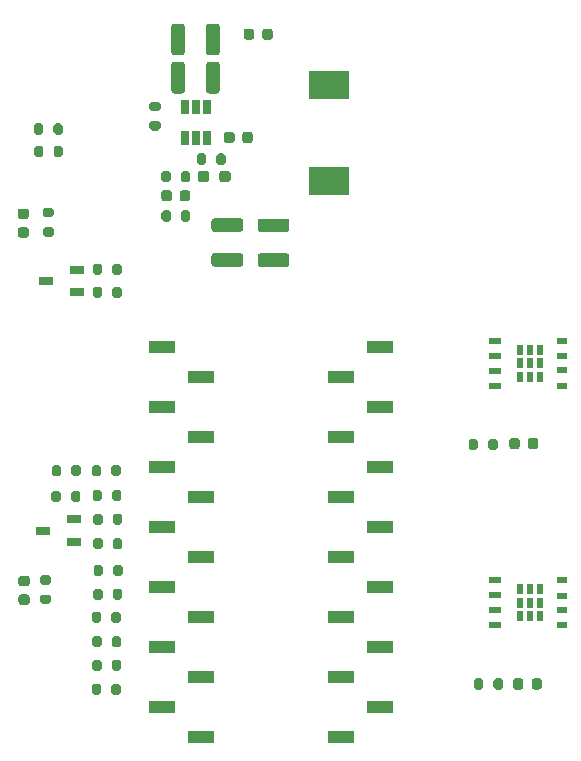
<source format=gbr>
%TF.GenerationSoftware,KiCad,Pcbnew,(5.1.9)-1*%
%TF.CreationDate,2021-12-25T23:37:10-05:00*%
%TF.ProjectId,4runner-seat-heat,3472756e-6e65-4722-9d73-6561742d6865,rev?*%
%TF.SameCoordinates,Original*%
%TF.FileFunction,Paste,Top*%
%TF.FilePolarity,Positive*%
%FSLAX46Y46*%
G04 Gerber Fmt 4.6, Leading zero omitted, Abs format (unit mm)*
G04 Created by KiCad (PCBNEW (5.1.9)-1) date 2021-12-25 23:37:10*
%MOMM*%
%LPD*%
G01*
G04 APERTURE LIST*
%ADD10R,2.286000X1.016000*%
%ADD11R,0.650000X1.220000*%
%ADD12R,0.600000X0.900000*%
%ADD13R,0.900000X0.600000*%
%ADD14R,1.050000X0.600000*%
%ADD15R,1.220000X0.650000*%
%ADD16R,3.400000X2.400000*%
G04 APERTURE END LIST*
D10*
%TO.C,U2*%
X41088900Y-31105000D03*
X37788900Y-33655000D03*
X37788900Y-53975000D03*
X41088900Y-36185000D03*
X37788900Y-64135000D03*
X37788900Y-48895000D03*
X41088900Y-61585000D03*
X41088900Y-51425000D03*
X41088900Y-41265000D03*
X37788900Y-38735000D03*
X37788900Y-43815000D03*
X37788900Y-59055000D03*
X41088900Y-46345000D03*
X41088900Y-56505000D03*
X25888900Y-33665000D03*
X25888900Y-38745000D03*
X25888900Y-43825000D03*
X25888900Y-48905000D03*
X25888900Y-53985000D03*
X25888900Y-59065000D03*
X22588900Y-31135000D03*
X22588900Y-36215000D03*
X22588900Y-41295000D03*
X22588900Y-46375000D03*
X22588900Y-51455000D03*
X22588900Y-56535000D03*
X22588900Y-61615000D03*
X25888900Y-64145000D03*
%TD*%
%TO.C,C7*%
G36*
G01*
X28758000Y-13148500D02*
X28758000Y-13648500D01*
G75*
G02*
X28533000Y-13873500I-225000J0D01*
G01*
X28083000Y-13873500D01*
G75*
G02*
X27858000Y-13648500I0J225000D01*
G01*
X27858000Y-13148500D01*
G75*
G02*
X28083000Y-12923500I225000J0D01*
G01*
X28533000Y-12923500D01*
G75*
G02*
X28758000Y-13148500I0J-225000D01*
G01*
G37*
G36*
G01*
X30308000Y-13148500D02*
X30308000Y-13648500D01*
G75*
G02*
X30083000Y-13873500I-225000J0D01*
G01*
X29633000Y-13873500D01*
G75*
G02*
X29408000Y-13648500I0J225000D01*
G01*
X29408000Y-13148500D01*
G75*
G02*
X29633000Y-12923500I225000J0D01*
G01*
X30083000Y-12923500D01*
G75*
G02*
X30308000Y-13148500I0J-225000D01*
G01*
G37*
%TD*%
%TO.C,C8*%
G36*
G01*
X33154801Y-24363900D02*
X30954799Y-24363900D01*
G75*
G02*
X30704800Y-24113901I0J249999D01*
G01*
X30704800Y-23463899D01*
G75*
G02*
X30954799Y-23213900I249999J0D01*
G01*
X33154801Y-23213900D01*
G75*
G02*
X33404800Y-23463899I0J-249999D01*
G01*
X33404800Y-24113901D01*
G75*
G02*
X33154801Y-24363900I-249999J0D01*
G01*
G37*
G36*
G01*
X33154801Y-21413900D02*
X30954799Y-21413900D01*
G75*
G02*
X30704800Y-21163901I0J249999D01*
G01*
X30704800Y-20513899D01*
G75*
G02*
X30954799Y-20263900I249999J0D01*
G01*
X33154801Y-20263900D01*
G75*
G02*
X33404800Y-20513899I0J-249999D01*
G01*
X33404800Y-21163901D01*
G75*
G02*
X33154801Y-21413900I-249999J0D01*
G01*
G37*
%TD*%
%TO.C,C9*%
G36*
G01*
X29243201Y-21388500D02*
X27043199Y-21388500D01*
G75*
G02*
X26793200Y-21138501I0J249999D01*
G01*
X26793200Y-20488499D01*
G75*
G02*
X27043199Y-20238500I249999J0D01*
G01*
X29243201Y-20238500D01*
G75*
G02*
X29493200Y-20488499I0J-249999D01*
G01*
X29493200Y-21138501D01*
G75*
G02*
X29243201Y-21388500I-249999J0D01*
G01*
G37*
G36*
G01*
X29243201Y-24338500D02*
X27043199Y-24338500D01*
G75*
G02*
X26793200Y-24088501I0J249999D01*
G01*
X26793200Y-23438499D01*
G75*
G02*
X27043199Y-23188500I249999J0D01*
G01*
X29243201Y-23188500D01*
G75*
G02*
X29493200Y-23438499I0J-249999D01*
G01*
X29493200Y-24088501D01*
G75*
G02*
X29243201Y-24338500I-249999J0D01*
G01*
G37*
%TD*%
%TO.C,C10*%
G36*
G01*
X23400800Y-9431201D02*
X23400800Y-7231199D01*
G75*
G02*
X23650799Y-6981200I249999J0D01*
G01*
X24300801Y-6981200D01*
G75*
G02*
X24550800Y-7231199I0J-249999D01*
G01*
X24550800Y-9431201D01*
G75*
G02*
X24300801Y-9681200I-249999J0D01*
G01*
X23650799Y-9681200D01*
G75*
G02*
X23400800Y-9431201I0J249999D01*
G01*
G37*
G36*
G01*
X26350800Y-9431201D02*
X26350800Y-7231199D01*
G75*
G02*
X26600799Y-6981200I249999J0D01*
G01*
X27250801Y-6981200D01*
G75*
G02*
X27500800Y-7231199I0J-249999D01*
G01*
X27500800Y-9431201D01*
G75*
G02*
X27250801Y-9681200I-249999J0D01*
G01*
X26600799Y-9681200D01*
G75*
G02*
X26350800Y-9431201I0J249999D01*
G01*
G37*
%TD*%
%TO.C,C6*%
G36*
G01*
X26338100Y-6205401D02*
X26338100Y-4005399D01*
G75*
G02*
X26588099Y-3755400I249999J0D01*
G01*
X27238101Y-3755400D01*
G75*
G02*
X27488100Y-4005399I0J-249999D01*
G01*
X27488100Y-6205401D01*
G75*
G02*
X27238101Y-6455400I-249999J0D01*
G01*
X26588099Y-6455400D01*
G75*
G02*
X26338100Y-6205401I0J249999D01*
G01*
G37*
G36*
G01*
X23388100Y-6205401D02*
X23388100Y-4005399D01*
G75*
G02*
X23638099Y-3755400I249999J0D01*
G01*
X24288101Y-3755400D01*
G75*
G02*
X24538100Y-4005399I0J-249999D01*
G01*
X24538100Y-6205401D01*
G75*
G02*
X24288101Y-6455400I-249999J0D01*
G01*
X23638099Y-6455400D01*
G75*
G02*
X23388100Y-6205401I0J249999D01*
G01*
G37*
%TD*%
%TO.C,C12*%
G36*
G01*
X24999400Y-18088800D02*
X24999400Y-18588800D01*
G75*
G02*
X24774400Y-18813800I-225000J0D01*
G01*
X24324400Y-18813800D01*
G75*
G02*
X24099400Y-18588800I0J225000D01*
G01*
X24099400Y-18088800D01*
G75*
G02*
X24324400Y-17863800I225000J0D01*
G01*
X24774400Y-17863800D01*
G75*
G02*
X24999400Y-18088800I0J-225000D01*
G01*
G37*
G36*
G01*
X23449400Y-18088800D02*
X23449400Y-18588800D01*
G75*
G02*
X23224400Y-18813800I-225000J0D01*
G01*
X22774400Y-18813800D01*
G75*
G02*
X22549400Y-18588800I0J225000D01*
G01*
X22549400Y-18088800D01*
G75*
G02*
X22774400Y-17863800I225000J0D01*
G01*
X23224400Y-17863800D01*
G75*
G02*
X23449400Y-18088800I0J-225000D01*
G01*
G37*
%TD*%
%TO.C,F2*%
G36*
G01*
X29534400Y-4904450D02*
X29534400Y-4391950D01*
G75*
G02*
X29753150Y-4173200I218750J0D01*
G01*
X30190650Y-4173200D01*
G75*
G02*
X30409400Y-4391950I0J-218750D01*
G01*
X30409400Y-4904450D01*
G75*
G02*
X30190650Y-5123200I-218750J0D01*
G01*
X29753150Y-5123200D01*
G75*
G02*
X29534400Y-4904450I0J218750D01*
G01*
G37*
G36*
G01*
X31109400Y-4904450D02*
X31109400Y-4391950D01*
G75*
G02*
X31328150Y-4173200I218750J0D01*
G01*
X31765650Y-4173200D01*
G75*
G02*
X31984400Y-4391950I0J-218750D01*
G01*
X31984400Y-4904450D01*
G75*
G02*
X31765650Y-5123200I-218750J0D01*
G01*
X31328150Y-5123200D01*
G75*
G02*
X31109400Y-4904450I0J218750D01*
G01*
G37*
%TD*%
%TO.C,R1*%
G36*
G01*
X17507400Y-57802100D02*
X17507400Y-58352100D01*
G75*
G02*
X17307400Y-58552100I-200000J0D01*
G01*
X16907400Y-58552100D01*
G75*
G02*
X16707400Y-58352100I0J200000D01*
G01*
X16707400Y-57802100D01*
G75*
G02*
X16907400Y-57602100I200000J0D01*
G01*
X17307400Y-57602100D01*
G75*
G02*
X17507400Y-57802100I0J-200000D01*
G01*
G37*
G36*
G01*
X19157400Y-57802100D02*
X19157400Y-58352100D01*
G75*
G02*
X18957400Y-58552100I-200000J0D01*
G01*
X18557400Y-58552100D01*
G75*
G02*
X18357400Y-58352100I0J200000D01*
G01*
X18357400Y-57802100D01*
G75*
G02*
X18557400Y-57602100I200000J0D01*
G01*
X18957400Y-57602100D01*
G75*
G02*
X19157400Y-57802100I0J-200000D01*
G01*
G37*
%TD*%
%TO.C,R3*%
G36*
G01*
X51478900Y-59389600D02*
X51478900Y-59939600D01*
G75*
G02*
X51278900Y-60139600I-200000J0D01*
G01*
X50878900Y-60139600D01*
G75*
G02*
X50678900Y-59939600I0J200000D01*
G01*
X50678900Y-59389600D01*
G75*
G02*
X50878900Y-59189600I200000J0D01*
G01*
X51278900Y-59189600D01*
G75*
G02*
X51478900Y-59389600I0J-200000D01*
G01*
G37*
G36*
G01*
X49828900Y-59389600D02*
X49828900Y-59939600D01*
G75*
G02*
X49628900Y-60139600I-200000J0D01*
G01*
X49228900Y-60139600D01*
G75*
G02*
X49028900Y-59939600I0J200000D01*
G01*
X49028900Y-59389600D01*
G75*
G02*
X49228900Y-59189600I200000J0D01*
G01*
X49628900Y-59189600D01*
G75*
G02*
X49828900Y-59389600I0J-200000D01*
G01*
G37*
%TD*%
%TO.C,R2*%
G36*
G01*
X18332000Y-60384100D02*
X18332000Y-59834100D01*
G75*
G02*
X18532000Y-59634100I200000J0D01*
G01*
X18932000Y-59634100D01*
G75*
G02*
X19132000Y-59834100I0J-200000D01*
G01*
X19132000Y-60384100D01*
G75*
G02*
X18932000Y-60584100I-200000J0D01*
G01*
X18532000Y-60584100D01*
G75*
G02*
X18332000Y-60384100I0J200000D01*
G01*
G37*
G36*
G01*
X16682000Y-60384100D02*
X16682000Y-59834100D01*
G75*
G02*
X16882000Y-59634100I200000J0D01*
G01*
X17282000Y-59634100D01*
G75*
G02*
X17482000Y-59834100I0J-200000D01*
G01*
X17482000Y-60384100D01*
G75*
G02*
X17282000Y-60584100I-200000J0D01*
G01*
X16882000Y-60584100D01*
G75*
G02*
X16682000Y-60384100I0J200000D01*
G01*
G37*
%TD*%
%TO.C,R9*%
G36*
G01*
X14229800Y-14317300D02*
X14229800Y-14867300D01*
G75*
G02*
X14029800Y-15067300I-200000J0D01*
G01*
X13629800Y-15067300D01*
G75*
G02*
X13429800Y-14867300I0J200000D01*
G01*
X13429800Y-14317300D01*
G75*
G02*
X13629800Y-14117300I200000J0D01*
G01*
X14029800Y-14117300D01*
G75*
G02*
X14229800Y-14317300I0J-200000D01*
G01*
G37*
G36*
G01*
X12579800Y-14317300D02*
X12579800Y-14867300D01*
G75*
G02*
X12379800Y-15067300I-200000J0D01*
G01*
X11979800Y-15067300D01*
G75*
G02*
X11779800Y-14867300I0J200000D01*
G01*
X11779800Y-14317300D01*
G75*
G02*
X11979800Y-14117300I200000J0D01*
G01*
X12379800Y-14117300D01*
G75*
G02*
X12579800Y-14317300I0J-200000D01*
G01*
G37*
%TD*%
%TO.C,R12*%
G36*
G01*
X12567100Y-12412300D02*
X12567100Y-12962300D01*
G75*
G02*
X12367100Y-13162300I-200000J0D01*
G01*
X11967100Y-13162300D01*
G75*
G02*
X11767100Y-12962300I0J200000D01*
G01*
X11767100Y-12412300D01*
G75*
G02*
X11967100Y-12212300I200000J0D01*
G01*
X12367100Y-12212300D01*
G75*
G02*
X12567100Y-12412300I0J-200000D01*
G01*
G37*
G36*
G01*
X14217100Y-12412300D02*
X14217100Y-12962300D01*
G75*
G02*
X14017100Y-13162300I-200000J0D01*
G01*
X13617100Y-13162300D01*
G75*
G02*
X13417100Y-12962300I0J200000D01*
G01*
X13417100Y-12412300D01*
G75*
G02*
X13617100Y-12212300I200000J0D01*
G01*
X14017100Y-12212300D01*
G75*
G02*
X14217100Y-12412300I0J-200000D01*
G01*
G37*
%TD*%
%TO.C,R4*%
G36*
G01*
X16796300Y-52345000D02*
X16796300Y-51795000D01*
G75*
G02*
X16996300Y-51595000I200000J0D01*
G01*
X17396300Y-51595000D01*
G75*
G02*
X17596300Y-51795000I0J-200000D01*
G01*
X17596300Y-52345000D01*
G75*
G02*
X17396300Y-52545000I-200000J0D01*
G01*
X16996300Y-52545000D01*
G75*
G02*
X16796300Y-52345000I0J200000D01*
G01*
G37*
G36*
G01*
X18446300Y-52345000D02*
X18446300Y-51795000D01*
G75*
G02*
X18646300Y-51595000I200000J0D01*
G01*
X19046300Y-51595000D01*
G75*
G02*
X19246300Y-51795000I0J-200000D01*
G01*
X19246300Y-52345000D01*
G75*
G02*
X19046300Y-52545000I-200000J0D01*
G01*
X18646300Y-52545000D01*
G75*
G02*
X18446300Y-52345000I0J200000D01*
G01*
G37*
%TD*%
%TO.C,R7*%
G36*
G01*
X49371700Y-39107700D02*
X49371700Y-39657700D01*
G75*
G02*
X49171700Y-39857700I-200000J0D01*
G01*
X48771700Y-39857700D01*
G75*
G02*
X48571700Y-39657700I0J200000D01*
G01*
X48571700Y-39107700D01*
G75*
G02*
X48771700Y-38907700I200000J0D01*
G01*
X49171700Y-38907700D01*
G75*
G02*
X49371700Y-39107700I0J-200000D01*
G01*
G37*
G36*
G01*
X51021700Y-39107700D02*
X51021700Y-39657700D01*
G75*
G02*
X50821700Y-39857700I-200000J0D01*
G01*
X50421700Y-39857700D01*
G75*
G02*
X50221700Y-39657700I0J200000D01*
G01*
X50221700Y-39107700D01*
G75*
G02*
X50421700Y-38907700I200000J0D01*
G01*
X50821700Y-38907700D01*
G75*
G02*
X51021700Y-39107700I0J-200000D01*
G01*
G37*
%TD*%
%TO.C,R5*%
G36*
G01*
X16821700Y-50325700D02*
X16821700Y-49775700D01*
G75*
G02*
X17021700Y-49575700I200000J0D01*
G01*
X17421700Y-49575700D01*
G75*
G02*
X17621700Y-49775700I0J-200000D01*
G01*
X17621700Y-50325700D01*
G75*
G02*
X17421700Y-50525700I-200000J0D01*
G01*
X17021700Y-50525700D01*
G75*
G02*
X16821700Y-50325700I0J200000D01*
G01*
G37*
G36*
G01*
X18471700Y-50325700D02*
X18471700Y-49775700D01*
G75*
G02*
X18671700Y-49575700I200000J0D01*
G01*
X19071700Y-49575700D01*
G75*
G02*
X19271700Y-49775700I0J-200000D01*
G01*
X19271700Y-50325700D01*
G75*
G02*
X19071700Y-50525700I-200000J0D01*
G01*
X18671700Y-50525700D01*
G75*
G02*
X18471700Y-50325700I0J200000D01*
G01*
G37*
%TD*%
%TO.C,R6*%
G36*
G01*
X14078400Y-41342900D02*
X14078400Y-41892900D01*
G75*
G02*
X13878400Y-42092900I-200000J0D01*
G01*
X13478400Y-42092900D01*
G75*
G02*
X13278400Y-41892900I0J200000D01*
G01*
X13278400Y-41342900D01*
G75*
G02*
X13478400Y-41142900I200000J0D01*
G01*
X13878400Y-41142900D01*
G75*
G02*
X14078400Y-41342900I0J-200000D01*
G01*
G37*
G36*
G01*
X15728400Y-41342900D02*
X15728400Y-41892900D01*
G75*
G02*
X15528400Y-42092900I-200000J0D01*
G01*
X15128400Y-42092900D01*
G75*
G02*
X14928400Y-41892900I0J200000D01*
G01*
X14928400Y-41342900D01*
G75*
G02*
X15128400Y-41142900I200000J0D01*
G01*
X15528400Y-41142900D01*
G75*
G02*
X15728400Y-41342900I0J-200000D01*
G01*
G37*
%TD*%
%TO.C,R8*%
G36*
G01*
X15703000Y-43514600D02*
X15703000Y-44064600D01*
G75*
G02*
X15503000Y-44264600I-200000J0D01*
G01*
X15103000Y-44264600D01*
G75*
G02*
X14903000Y-44064600I0J200000D01*
G01*
X14903000Y-43514600D01*
G75*
G02*
X15103000Y-43314600I200000J0D01*
G01*
X15503000Y-43314600D01*
G75*
G02*
X15703000Y-43514600I0J-200000D01*
G01*
G37*
G36*
G01*
X14053000Y-43514600D02*
X14053000Y-44064600D01*
G75*
G02*
X13853000Y-44264600I-200000J0D01*
G01*
X13453000Y-44264600D01*
G75*
G02*
X13253000Y-44064600I0J200000D01*
G01*
X13253000Y-43514600D01*
G75*
G02*
X13453000Y-43314600I200000J0D01*
G01*
X13853000Y-43314600D01*
G75*
G02*
X14053000Y-43514600I0J-200000D01*
G01*
G37*
%TD*%
%TO.C,R11*%
G36*
G01*
X16745500Y-26779900D02*
X16745500Y-26229900D01*
G75*
G02*
X16945500Y-26029900I200000J0D01*
G01*
X17345500Y-26029900D01*
G75*
G02*
X17545500Y-26229900I0J-200000D01*
G01*
X17545500Y-26779900D01*
G75*
G02*
X17345500Y-26979900I-200000J0D01*
G01*
X16945500Y-26979900D01*
G75*
G02*
X16745500Y-26779900I0J200000D01*
G01*
G37*
G36*
G01*
X18395500Y-26779900D02*
X18395500Y-26229900D01*
G75*
G02*
X18595500Y-26029900I200000J0D01*
G01*
X18995500Y-26029900D01*
G75*
G02*
X19195500Y-26229900I0J-200000D01*
G01*
X19195500Y-26779900D01*
G75*
G02*
X18995500Y-26979900I-200000J0D01*
G01*
X18595500Y-26979900D01*
G75*
G02*
X18395500Y-26779900I0J200000D01*
G01*
G37*
%TD*%
%TO.C,R10*%
G36*
G01*
X18446300Y-48065100D02*
X18446300Y-47515100D01*
G75*
G02*
X18646300Y-47315100I200000J0D01*
G01*
X19046300Y-47315100D01*
G75*
G02*
X19246300Y-47515100I0J-200000D01*
G01*
X19246300Y-48065100D01*
G75*
G02*
X19046300Y-48265100I-200000J0D01*
G01*
X18646300Y-48265100D01*
G75*
G02*
X18446300Y-48065100I0J200000D01*
G01*
G37*
G36*
G01*
X16796300Y-48065100D02*
X16796300Y-47515100D01*
G75*
G02*
X16996300Y-47315100I200000J0D01*
G01*
X17396300Y-47315100D01*
G75*
G02*
X17596300Y-47515100I0J-200000D01*
G01*
X17596300Y-48065100D01*
G75*
G02*
X17396300Y-48265100I-200000J0D01*
G01*
X16996300Y-48265100D01*
G75*
G02*
X16796300Y-48065100I0J200000D01*
G01*
G37*
%TD*%
%TO.C,R16*%
G36*
G01*
X12717100Y-19349000D02*
X13267100Y-19349000D01*
G75*
G02*
X13467100Y-19549000I0J-200000D01*
G01*
X13467100Y-19949000D01*
G75*
G02*
X13267100Y-20149000I-200000J0D01*
G01*
X12717100Y-20149000D01*
G75*
G02*
X12517100Y-19949000I0J200000D01*
G01*
X12517100Y-19549000D01*
G75*
G02*
X12717100Y-19349000I200000J0D01*
G01*
G37*
G36*
G01*
X12717100Y-20999000D02*
X13267100Y-20999000D01*
G75*
G02*
X13467100Y-21199000I0J-200000D01*
G01*
X13467100Y-21599000D01*
G75*
G02*
X13267100Y-21799000I-200000J0D01*
G01*
X12717100Y-21799000D01*
G75*
G02*
X12517100Y-21599000I0J200000D01*
G01*
X12517100Y-21199000D01*
G75*
G02*
X12717100Y-20999000I200000J0D01*
G01*
G37*
%TD*%
%TO.C,R15*%
G36*
G01*
X12475800Y-52101300D02*
X13025800Y-52101300D01*
G75*
G02*
X13225800Y-52301300I0J-200000D01*
G01*
X13225800Y-52701300D01*
G75*
G02*
X13025800Y-52901300I-200000J0D01*
G01*
X12475800Y-52901300D01*
G75*
G02*
X12275800Y-52701300I0J200000D01*
G01*
X12275800Y-52301300D01*
G75*
G02*
X12475800Y-52101300I200000J0D01*
G01*
G37*
G36*
G01*
X12475800Y-50451300D02*
X13025800Y-50451300D01*
G75*
G02*
X13225800Y-50651300I0J-200000D01*
G01*
X13225800Y-51051300D01*
G75*
G02*
X13025800Y-51251300I-200000J0D01*
G01*
X12475800Y-51251300D01*
G75*
G02*
X12275800Y-51051300I0J200000D01*
G01*
X12275800Y-50651300D01*
G75*
G02*
X12475800Y-50451300I200000J0D01*
G01*
G37*
%TD*%
%TO.C,R14*%
G36*
G01*
X17545500Y-24286800D02*
X17545500Y-24836800D01*
G75*
G02*
X17345500Y-25036800I-200000J0D01*
G01*
X16945500Y-25036800D01*
G75*
G02*
X16745500Y-24836800I0J200000D01*
G01*
X16745500Y-24286800D01*
G75*
G02*
X16945500Y-24086800I200000J0D01*
G01*
X17345500Y-24086800D01*
G75*
G02*
X17545500Y-24286800I0J-200000D01*
G01*
G37*
G36*
G01*
X19195500Y-24286800D02*
X19195500Y-24836800D01*
G75*
G02*
X18995500Y-25036800I-200000J0D01*
G01*
X18595500Y-25036800D01*
G75*
G02*
X18395500Y-24836800I0J200000D01*
G01*
X18395500Y-24286800D01*
G75*
G02*
X18595500Y-24086800I200000J0D01*
G01*
X18995500Y-24086800D01*
G75*
G02*
X19195500Y-24286800I0J-200000D01*
G01*
G37*
%TD*%
%TO.C,R13*%
G36*
G01*
X17609000Y-45445000D02*
X17609000Y-45995000D01*
G75*
G02*
X17409000Y-46195000I-200000J0D01*
G01*
X17009000Y-46195000D01*
G75*
G02*
X16809000Y-45995000I0J200000D01*
G01*
X16809000Y-45445000D01*
G75*
G02*
X17009000Y-45245000I200000J0D01*
G01*
X17409000Y-45245000D01*
G75*
G02*
X17609000Y-45445000I0J-200000D01*
G01*
G37*
G36*
G01*
X19259000Y-45445000D02*
X19259000Y-45995000D01*
G75*
G02*
X19059000Y-46195000I-200000J0D01*
G01*
X18659000Y-46195000D01*
G75*
G02*
X18459000Y-45995000I0J200000D01*
G01*
X18459000Y-45445000D01*
G75*
G02*
X18659000Y-45245000I200000J0D01*
G01*
X19059000Y-45245000D01*
G75*
G02*
X19259000Y-45445000I0J-200000D01*
G01*
G37*
%TD*%
%TO.C,R34*%
G36*
G01*
X25012100Y-19765600D02*
X25012100Y-20315600D01*
G75*
G02*
X24812100Y-20515600I-200000J0D01*
G01*
X24412100Y-20515600D01*
G75*
G02*
X24212100Y-20315600I0J200000D01*
G01*
X24212100Y-19765600D01*
G75*
G02*
X24412100Y-19565600I200000J0D01*
G01*
X24812100Y-19565600D01*
G75*
G02*
X25012100Y-19765600I0J-200000D01*
G01*
G37*
G36*
G01*
X23362100Y-19765600D02*
X23362100Y-20315600D01*
G75*
G02*
X23162100Y-20515600I-200000J0D01*
G01*
X22762100Y-20515600D01*
G75*
G02*
X22562100Y-20315600I0J200000D01*
G01*
X22562100Y-19765600D01*
G75*
G02*
X22762100Y-19565600I200000J0D01*
G01*
X23162100Y-19565600D01*
G75*
G02*
X23362100Y-19765600I0J-200000D01*
G01*
G37*
%TD*%
%TO.C,R35*%
G36*
G01*
X21746800Y-10370100D02*
X22296800Y-10370100D01*
G75*
G02*
X22496800Y-10570100I0J-200000D01*
G01*
X22496800Y-10970100D01*
G75*
G02*
X22296800Y-11170100I-200000J0D01*
G01*
X21746800Y-11170100D01*
G75*
G02*
X21546800Y-10970100I0J200000D01*
G01*
X21546800Y-10570100D01*
G75*
G02*
X21746800Y-10370100I200000J0D01*
G01*
G37*
G36*
G01*
X21746800Y-12020100D02*
X22296800Y-12020100D01*
G75*
G02*
X22496800Y-12220100I0J-200000D01*
G01*
X22496800Y-12620100D01*
G75*
G02*
X22296800Y-12820100I-200000J0D01*
G01*
X21746800Y-12820100D01*
G75*
G02*
X21546800Y-12620100I0J200000D01*
G01*
X21546800Y-12220100D01*
G75*
G02*
X21746800Y-12020100I200000J0D01*
G01*
G37*
%TD*%
%TO.C,R36*%
G36*
G01*
X24199400Y-16988200D02*
X24199400Y-16438200D01*
G75*
G02*
X24399400Y-16238200I200000J0D01*
G01*
X24799400Y-16238200D01*
G75*
G02*
X24999400Y-16438200I0J-200000D01*
G01*
X24999400Y-16988200D01*
G75*
G02*
X24799400Y-17188200I-200000J0D01*
G01*
X24399400Y-17188200D01*
G75*
G02*
X24199400Y-16988200I0J200000D01*
G01*
G37*
G36*
G01*
X22549400Y-16988200D02*
X22549400Y-16438200D01*
G75*
G02*
X22749400Y-16238200I200000J0D01*
G01*
X23149400Y-16238200D01*
G75*
G02*
X23349400Y-16438200I0J-200000D01*
G01*
X23349400Y-16988200D01*
G75*
G02*
X23149400Y-17188200I-200000J0D01*
G01*
X22749400Y-17188200D01*
G75*
G02*
X22549400Y-16988200I0J200000D01*
G01*
G37*
%TD*%
%TO.C,R37*%
G36*
G01*
X27209300Y-15502300D02*
X27209300Y-14952300D01*
G75*
G02*
X27409300Y-14752300I200000J0D01*
G01*
X27809300Y-14752300D01*
G75*
G02*
X28009300Y-14952300I0J-200000D01*
G01*
X28009300Y-15502300D01*
G75*
G02*
X27809300Y-15702300I-200000J0D01*
G01*
X27409300Y-15702300D01*
G75*
G02*
X27209300Y-15502300I0J200000D01*
G01*
G37*
G36*
G01*
X25559300Y-15502300D02*
X25559300Y-14952300D01*
G75*
G02*
X25759300Y-14752300I200000J0D01*
G01*
X26159300Y-14752300D01*
G75*
G02*
X26359300Y-14952300I0J-200000D01*
G01*
X26359300Y-15502300D01*
G75*
G02*
X26159300Y-15702300I-200000J0D01*
G01*
X25759300Y-15702300D01*
G75*
G02*
X25559300Y-15502300I0J200000D01*
G01*
G37*
%TD*%
%TO.C,R38*%
G36*
G01*
X25625600Y-16938000D02*
X25625600Y-16463000D01*
G75*
G02*
X25863100Y-16225500I237500J0D01*
G01*
X26363100Y-16225500D01*
G75*
G02*
X26600600Y-16463000I0J-237500D01*
G01*
X26600600Y-16938000D01*
G75*
G02*
X26363100Y-17175500I-237500J0D01*
G01*
X25863100Y-17175500D01*
G75*
G02*
X25625600Y-16938000I0J237500D01*
G01*
G37*
G36*
G01*
X27450600Y-16938000D02*
X27450600Y-16463000D01*
G75*
G02*
X27688100Y-16225500I237500J0D01*
G01*
X28188100Y-16225500D01*
G75*
G02*
X28425600Y-16463000I0J-237500D01*
G01*
X28425600Y-16938000D01*
G75*
G02*
X28188100Y-17175500I-237500J0D01*
G01*
X27688100Y-17175500D01*
G75*
G02*
X27450600Y-16938000I0J237500D01*
G01*
G37*
%TD*%
%TO.C,R17*%
G36*
G01*
X19106600Y-53738100D02*
X19106600Y-54288100D01*
G75*
G02*
X18906600Y-54488100I-200000J0D01*
G01*
X18506600Y-54488100D01*
G75*
G02*
X18306600Y-54288100I0J200000D01*
G01*
X18306600Y-53738100D01*
G75*
G02*
X18506600Y-53538100I200000J0D01*
G01*
X18906600Y-53538100D01*
G75*
G02*
X19106600Y-53738100I0J-200000D01*
G01*
G37*
G36*
G01*
X17456600Y-53738100D02*
X17456600Y-54288100D01*
G75*
G02*
X17256600Y-54488100I-200000J0D01*
G01*
X16856600Y-54488100D01*
G75*
G02*
X16656600Y-54288100I0J200000D01*
G01*
X16656600Y-53738100D01*
G75*
G02*
X16856600Y-53538100I200000J0D01*
G01*
X17256600Y-53538100D01*
G75*
G02*
X17456600Y-53738100I0J-200000D01*
G01*
G37*
%TD*%
%TO.C,R19*%
G36*
G01*
X17482000Y-41342900D02*
X17482000Y-41892900D01*
G75*
G02*
X17282000Y-42092900I-200000J0D01*
G01*
X16882000Y-42092900D01*
G75*
G02*
X16682000Y-41892900I0J200000D01*
G01*
X16682000Y-41342900D01*
G75*
G02*
X16882000Y-41142900I200000J0D01*
G01*
X17282000Y-41142900D01*
G75*
G02*
X17482000Y-41342900I0J-200000D01*
G01*
G37*
G36*
G01*
X19132000Y-41342900D02*
X19132000Y-41892900D01*
G75*
G02*
X18932000Y-42092900I-200000J0D01*
G01*
X18532000Y-42092900D01*
G75*
G02*
X18332000Y-41892900I0J200000D01*
G01*
X18332000Y-41342900D01*
G75*
G02*
X18532000Y-41142900I200000J0D01*
G01*
X18932000Y-41142900D01*
G75*
G02*
X19132000Y-41342900I0J-200000D01*
G01*
G37*
%TD*%
%TO.C,R18*%
G36*
G01*
X19157400Y-55820900D02*
X19157400Y-56370900D01*
G75*
G02*
X18957400Y-56570900I-200000J0D01*
G01*
X18557400Y-56570900D01*
G75*
G02*
X18357400Y-56370900I0J200000D01*
G01*
X18357400Y-55820900D01*
G75*
G02*
X18557400Y-55620900I200000J0D01*
G01*
X18957400Y-55620900D01*
G75*
G02*
X19157400Y-55820900I0J-200000D01*
G01*
G37*
G36*
G01*
X17507400Y-55820900D02*
X17507400Y-56370900D01*
G75*
G02*
X17307400Y-56570900I-200000J0D01*
G01*
X16907400Y-56570900D01*
G75*
G02*
X16707400Y-56370900I0J200000D01*
G01*
X16707400Y-55820900D01*
G75*
G02*
X16907400Y-55620900I200000J0D01*
G01*
X17307400Y-55620900D01*
G75*
G02*
X17507400Y-55820900I0J-200000D01*
G01*
G37*
%TD*%
%TO.C,R20*%
G36*
G01*
X16732800Y-44001100D02*
X16732800Y-43451100D01*
G75*
G02*
X16932800Y-43251100I200000J0D01*
G01*
X17332800Y-43251100D01*
G75*
G02*
X17532800Y-43451100I0J-200000D01*
G01*
X17532800Y-44001100D01*
G75*
G02*
X17332800Y-44201100I-200000J0D01*
G01*
X16932800Y-44201100D01*
G75*
G02*
X16732800Y-44001100I0J200000D01*
G01*
G37*
G36*
G01*
X18382800Y-44001100D02*
X18382800Y-43451100D01*
G75*
G02*
X18582800Y-43251100I200000J0D01*
G01*
X18982800Y-43251100D01*
G75*
G02*
X19182800Y-43451100I0J-200000D01*
G01*
X19182800Y-44001100D01*
G75*
G02*
X18982800Y-44201100I-200000J0D01*
G01*
X18582800Y-44201100D01*
G75*
G02*
X18382800Y-44001100I0J200000D01*
G01*
G37*
%TD*%
D11*
%TO.C,U1*%
X25512800Y-10793100D03*
X26462800Y-10793100D03*
X26462800Y-13413100D03*
X24562800Y-10793100D03*
X25512800Y-13413100D03*
X24562800Y-13413100D03*
%TD*%
%TO.C,LeftHeatLED*%
G36*
G01*
X53205900Y-59408350D02*
X53205900Y-59920850D01*
G75*
G02*
X52987150Y-60139600I-218750J0D01*
G01*
X52549650Y-60139600D01*
G75*
G02*
X52330900Y-59920850I0J218750D01*
G01*
X52330900Y-59408350D01*
G75*
G02*
X52549650Y-59189600I218750J0D01*
G01*
X52987150Y-59189600D01*
G75*
G02*
X53205900Y-59408350I0J-218750D01*
G01*
G37*
G36*
G01*
X54780900Y-59408350D02*
X54780900Y-59920850D01*
G75*
G02*
X54562150Y-60139600I-218750J0D01*
G01*
X54124650Y-60139600D01*
G75*
G02*
X53905900Y-59920850I0J218750D01*
G01*
X53905900Y-59408350D01*
G75*
G02*
X54124650Y-59189600I218750J0D01*
G01*
X54562150Y-59189600D01*
G75*
G02*
X54780900Y-59408350I0J-218750D01*
G01*
G37*
%TD*%
%TO.C,RightHeatLED*%
G36*
G01*
X54463400Y-39062950D02*
X54463400Y-39575450D01*
G75*
G02*
X54244650Y-39794200I-218750J0D01*
G01*
X53807150Y-39794200D01*
G75*
G02*
X53588400Y-39575450I0J218750D01*
G01*
X53588400Y-39062950D01*
G75*
G02*
X53807150Y-38844200I218750J0D01*
G01*
X54244650Y-38844200D01*
G75*
G02*
X54463400Y-39062950I0J-218750D01*
G01*
G37*
G36*
G01*
X52888400Y-39062950D02*
X52888400Y-39575450D01*
G75*
G02*
X52669650Y-39794200I-218750J0D01*
G01*
X52232150Y-39794200D01*
G75*
G02*
X52013400Y-39575450I0J218750D01*
G01*
X52013400Y-39062950D01*
G75*
G02*
X52232150Y-38844200I218750J0D01*
G01*
X52669650Y-38844200D01*
G75*
G02*
X52888400Y-39062950I0J-218750D01*
G01*
G37*
%TD*%
%TO.C,RightIllumLED*%
G36*
G01*
X11127450Y-21875200D02*
X10614950Y-21875200D01*
G75*
G02*
X10396200Y-21656450I0J218750D01*
G01*
X10396200Y-21218950D01*
G75*
G02*
X10614950Y-21000200I218750J0D01*
G01*
X11127450Y-21000200D01*
G75*
G02*
X11346200Y-21218950I0J-218750D01*
G01*
X11346200Y-21656450D01*
G75*
G02*
X11127450Y-21875200I-218750J0D01*
G01*
G37*
G36*
G01*
X11127450Y-20300200D02*
X10614950Y-20300200D01*
G75*
G02*
X10396200Y-20081450I0J218750D01*
G01*
X10396200Y-19643950D01*
G75*
G02*
X10614950Y-19425200I218750J0D01*
G01*
X11127450Y-19425200D01*
G75*
G02*
X11346200Y-19643950I0J-218750D01*
G01*
X11346200Y-20081450D01*
G75*
G02*
X11127450Y-20300200I-218750J0D01*
G01*
G37*
%TD*%
%TO.C,LeftIllumLED*%
G36*
G01*
X11190950Y-51389800D02*
X10678450Y-51389800D01*
G75*
G02*
X10459700Y-51171050I0J218750D01*
G01*
X10459700Y-50733550D01*
G75*
G02*
X10678450Y-50514800I218750J0D01*
G01*
X11190950Y-50514800D01*
G75*
G02*
X11409700Y-50733550I0J-218750D01*
G01*
X11409700Y-51171050D01*
G75*
G02*
X11190950Y-51389800I-218750J0D01*
G01*
G37*
G36*
G01*
X11190950Y-52964800D02*
X10678450Y-52964800D01*
G75*
G02*
X10459700Y-52746050I0J218750D01*
G01*
X10459700Y-52308550D01*
G75*
G02*
X10678450Y-52089800I218750J0D01*
G01*
X11190950Y-52089800D01*
G75*
G02*
X11409700Y-52308550I0J-218750D01*
G01*
X11409700Y-52746050D01*
G75*
G02*
X11190950Y-52964800I-218750J0D01*
G01*
G37*
%TD*%
D12*
%TO.C,Q1*%
X52943300Y-52785000D03*
X54643300Y-52785000D03*
X52943300Y-53935000D03*
X54643300Y-53935000D03*
X53793300Y-53935000D03*
X54643300Y-51635000D03*
X52943300Y-51635000D03*
X53793300Y-51635000D03*
D13*
X56493300Y-50905000D03*
X56493300Y-53385000D03*
X56493300Y-54665000D03*
D14*
X50773300Y-52145000D03*
X50773300Y-54695000D03*
D13*
X56493300Y-52185000D03*
D14*
X50773300Y-50875000D03*
D12*
X53793300Y-52785000D03*
D14*
X50773300Y-53425000D03*
%TD*%
%TO.C,Q2*%
X50773300Y-33164700D03*
D12*
X53793300Y-32524700D03*
D14*
X50773300Y-30614700D03*
D13*
X56493300Y-31924700D03*
D14*
X50773300Y-34434700D03*
X50773300Y-31884700D03*
D13*
X56493300Y-34404700D03*
X56493300Y-33124700D03*
X56493300Y-30644700D03*
D12*
X53793300Y-31374700D03*
X52943300Y-31374700D03*
X54643300Y-31374700D03*
X53793300Y-33674700D03*
X54643300Y-33674700D03*
X52943300Y-33674700D03*
X54643300Y-32524700D03*
X52943300Y-32524700D03*
%TD*%
D15*
%TO.C,Q4*%
X15419700Y-24615100D03*
X15419700Y-26515100D03*
X12799700Y-25565100D03*
%TD*%
%TO.C,Q3*%
X12558400Y-46685200D03*
X15178400Y-47635200D03*
X15178400Y-45735200D03*
%TD*%
D16*
%TO.C,L1*%
X36791900Y-8917500D03*
X36791900Y-17117500D03*
%TD*%
M02*

</source>
